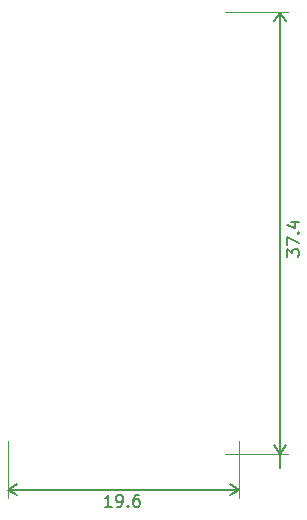
<source format=gbr>
%TF.GenerationSoftware,KiCad,Pcbnew,(6.0.6)*%
%TF.CreationDate,2022-07-16T21:02:27+02:00*%
%TF.ProjectId,epd,6570642e-6b69-4636-9164-5f7063625858,rev?*%
%TF.SameCoordinates,Original*%
%TF.FileFunction,Other,Comment*%
%FSLAX46Y46*%
G04 Gerber Fmt 4.6, Leading zero omitted, Abs format (unit mm)*
G04 Created by KiCad (PCBNEW (6.0.6)) date 2022-07-16 21:02:27*
%MOMM*%
%LPD*%
G01*
G04 APERTURE LIST*
%ADD10C,0.150000*%
%ADD11C,0.080000*%
G04 APERTURE END LIST*
D10*
X171000000Y-69150000D02*
X171000000Y-107650000D01*
X171000000Y-69150000D02*
X170500000Y-69850000D01*
D11*
X167550000Y-105400000D02*
X167550000Y-110200000D01*
D10*
X167500000Y-109500000D02*
X166800000Y-110000000D01*
X167500000Y-109500000D02*
X166800000Y-109000000D01*
X148000000Y-109500000D02*
X148700000Y-109000000D01*
X148000000Y-109500000D02*
X167450000Y-109500000D01*
X171000000Y-106450000D02*
X171500000Y-105750000D01*
D11*
X147950000Y-105400000D02*
X147950000Y-110200000D01*
D10*
X171000000Y-106450000D02*
X170500000Y-105750000D01*
X148000000Y-109500000D02*
X148700000Y-110000000D01*
D11*
X166350000Y-69100000D02*
X171650000Y-69100000D01*
X166350000Y-106500000D02*
X171650000Y-106500000D01*
D10*
X171000000Y-69150000D02*
X171500000Y-69850000D01*
X156745238Y-110952380D02*
X156173809Y-110952380D01*
X156459523Y-110952380D02*
X156459523Y-109952380D01*
X156364285Y-110095238D01*
X156269047Y-110190476D01*
X156173809Y-110238095D01*
X157221428Y-110952380D02*
X157411904Y-110952380D01*
X157507142Y-110904761D01*
X157554761Y-110857142D01*
X157650000Y-110714285D01*
X157697619Y-110523809D01*
X157697619Y-110142857D01*
X157650000Y-110047619D01*
X157602380Y-110000000D01*
X157507142Y-109952380D01*
X157316666Y-109952380D01*
X157221428Y-110000000D01*
X157173809Y-110047619D01*
X157126190Y-110142857D01*
X157126190Y-110380952D01*
X157173809Y-110476190D01*
X157221428Y-110523809D01*
X157316666Y-110571428D01*
X157507142Y-110571428D01*
X157602380Y-110523809D01*
X157650000Y-110476190D01*
X157697619Y-110380952D01*
X158126190Y-110857142D02*
X158173809Y-110904761D01*
X158126190Y-110952380D01*
X158078571Y-110904761D01*
X158126190Y-110857142D01*
X158126190Y-110952380D01*
X159030952Y-109952380D02*
X158840476Y-109952380D01*
X158745238Y-110000000D01*
X158697619Y-110047619D01*
X158602380Y-110190476D01*
X158554761Y-110380952D01*
X158554761Y-110761904D01*
X158602380Y-110857142D01*
X158650000Y-110904761D01*
X158745238Y-110952380D01*
X158935714Y-110952380D01*
X159030952Y-110904761D01*
X159078571Y-110857142D01*
X159126190Y-110761904D01*
X159126190Y-110523809D01*
X159078571Y-110428571D01*
X159030952Y-110380952D01*
X158935714Y-110333333D01*
X158745238Y-110333333D01*
X158650000Y-110380952D01*
X158602380Y-110428571D01*
X158554761Y-110523809D01*
X171602380Y-89773809D02*
X171602380Y-89154761D01*
X171983333Y-89488095D01*
X171983333Y-89345238D01*
X172030952Y-89250000D01*
X172078571Y-89202380D01*
X172173809Y-89154761D01*
X172411904Y-89154761D01*
X172507142Y-89202380D01*
X172554761Y-89250000D01*
X172602380Y-89345238D01*
X172602380Y-89630952D01*
X172554761Y-89726190D01*
X172507142Y-89773809D01*
X171602380Y-88821428D02*
X171602380Y-88154761D01*
X172602380Y-88583333D01*
X172507142Y-87773809D02*
X172554761Y-87726190D01*
X172602380Y-87773809D01*
X172554761Y-87821428D01*
X172507142Y-87773809D01*
X172602380Y-87773809D01*
X171935714Y-86869047D02*
X172602380Y-86869047D01*
X171554761Y-87107142D02*
X172269047Y-87345238D01*
X172269047Y-86726190D01*
M02*

</source>
